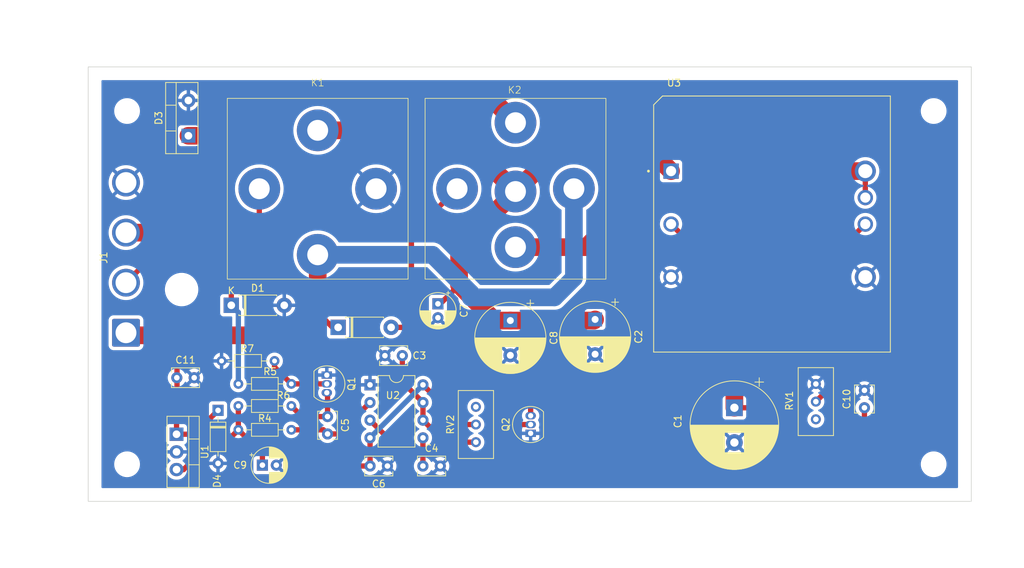
<source format=kicad_pcb>
(kicad_pcb (version 20221018) (generator pcbnew)
  (layers (0 "F.Cu" signal) (31 "B.Cu" signal) (34 "B.Paste" user) (35 "F.Paste" user) (36 "B.SilkS" user "B.Silkscreen") (37 "F.SilkS" user "F.Silkscreen") (38 "B.Mask" user) (39 "F.Mask" user) (44 "Edge.Cuts" user))
  (net 0 "")
  (net 1 "GND")
  (net 2 "Net-(U2-DIS)")
  (net 3 "Net-(U2-CV)")
  (net 4 "Net-(U2-TR)")
  (net 5 "+12V")
  (net 6 "/RELAY_CTRL")
  (net 7 "/DC_CTRL")
  (net 8 "/OVERBOOST_V_{OUT}")
  (net 9 "Net-(Q1-D)")
  (net 10 "/NOMINAL_V_{OUT}")
  (net 11 "/AC_CLUTCH_V_{OUT}")
  (net 12 "Net-(Q1-G)")
  (net 13 "/~{DC_CTRL}")
  (net 15 "Net-(U3-TRIM)")
  (net 17 "VCC")
  (footprint "Capacitor_THT:C_Disc_D3.8mm_W2.6mm_P2.50mm" (layer "F.Cu") (at 227.203 94.996 90)
    (fp_text reference "C10" (at 1.25 -2.55 90) (layer "F.SilkS"))
    (fp_text value "0.1uF")
    (pad "1" thru_hole circle (at 0 0 90) (size 1.6 1.6) (drill 0.8) (layers "*.Cu" "*.Mask") (net 8 "/OVERBOOST_V_{OUT}"))
    (pad "2" thru_hole circle (at 2.5 0 90) (size 1.6 1.6) (drill 0.8) (layers "*.Cu" "*.Mask") (net 1 "GND"))
  )
  (footprint "Resistor_THT:R_Axial_DIN0204_L3.6mm_D1.6mm_P7.62mm_Horizontal" (layer "F.Cu") (at 137.16 98.171)
    (fp_text reference "R4" (at 3.81 -1.651) (layer "F.SilkS"))
    (fp_text value "100")
    (pad "1" thru_hole circle (at 0 0) (size 1.4 1.4) (drill 0.7) (layers "*.Cu" "*.Mask") (net 17 "VCC"))
    (pad "2" thru_hole oval (at 7.62 0) (size 1.4 1.4) (drill 0.7) (layers "*.Cu" "*.Mask") (net 4 "Net-(U2-TR)"))
  )
  (footprint "Resistor_THT:R_Axial_DIN0204_L3.6mm_D1.6mm_P7.62mm_Horizontal" (layer "F.Cu") (at 142.367 88.265 180)
    (fp_text reference "R7" (at 3.937 1.778) (layer "F.SilkS"))
    (fp_text value "100k")
    (pad "1" thru_hole circle (at 0 0 180) (size 1.4 1.4) (drill 0.7) (layers "*.Cu" "*.Mask") (net 12 "Net-(Q1-G)"))
    (pad "2" thru_hole oval (at 7.62 0 180) (size 1.4 1.4) (drill 0.7) (layers "*.Cu" "*.Mask") (net 1 "GND"))
  )
  (footprint "Diode_THT:D_DO-41_SOD81_P7.62mm_Horizontal" (layer "F.Cu") (at 136.144 80.264)
    (fp_text reference "D1" (at 3.81 -2.47) (layer "F.SilkS"))
    (fp_text value "1N4002")
    (fp_text user "K" (at 0 -2.1) (layer "F.SilkS"))
    (pad "1" thru_hole rect (at 0 0) (size 2.2 2.2) (drill 1.1) (layers "*.Cu" "*.Mask") (net 6 "/RELAY_CTRL"))
    (pad "2" thru_hole oval (at 7.62 0) (size 2.2 2.2) (drill 1.1) (layers "*.Cu" "*.Mask") (net 1 "GND"))
  )
  (footprint "Capacitor_THT:CP_Radial_D10.0mm_P5.00mm" (layer "F.Cu") (at 176.276 82.457677 -90)
    (fp_text reference "C8" (at 2.5 -6.25 90) (layer "F.SilkS"))
    (fp_text value "220uF")
    (pad "1" thru_hole rect (at 0 0 270) (size 2 2) (drill 1) (layers "*.Cu" "*.Mask") (net 10 "/NOMINAL_V_{OUT}"))
    (pad "2" thru_hole circle (at 5 0 270) (size 2 2) (drill 1) (layers "*.Cu" "*.Mask") (net 1 "GND"))
  )
  (footprint "MountingHole:MountingHole_3.2mm_M3_DIN965" (layer "F.Cu") (at 121.158 103.124)
    (fp_text reference "REF**" hide)
    (fp_text value "MountingHole_3.2mm_M3_DIN965")
    (pad "" np_thru_hole circle (at 0 0) (size 3.2 3.2) (drill 3.2) (layers "*.Cu" "*.Mask"))
  )
  (footprint "footprints:CONV_I7C2W020A120V-001-R" (layer "F.Cu") (at 213.36 68.58)
    (fp_text reference "U3" (at -13.545 -20.3) (layer "F.SilkS"))
    (fp_text value "I7C2W020A120V-001-R")
    (pad "1" thru_hole rect (at -13.97 -7.615) (size 2.205 2.205) (drill 1.47) (layers "*.Cu" "*.Mask") (net 10 "/NOMINAL_V_{OUT}"))
    (pad "2" thru_hole circle (at -13.97 0.005) (size 2.205 2.205) (drill 1.47) (layers "*.Cu" "*.Mask") (net 13 "/~{DC_CTRL}"))
    (pad "3" thru_hole circle (at -13.97 7.625) (size 2.205 2.205) (drill 1.47) (layers "*.Cu" "*.Mask") (net 1 "GND"))
    (pad "4" thru_hole circle (at 13.97 7.625) (size 3.03 3.03) (drill 2.02) (layers "*.Cu" "*.Mask") (net 1 "GND"))
    (pad "6" thru_hole circle (at 13.97 0.005) (size 2.205 2.205) (drill 1.47) (layers "*.Cu" "*.Mask") (net 15 "Net-(U3-TRIM)"))
    (pad "7" thru_hole circle (at 13.97 -3.805) (size 2.205 2.205) (drill 1.47) (layers "*.Cu" "*.Mask") (net 8 "/OVERBOOST_V_{OUT}"))
    (pad "8" thru_hole circle (at 13.97 -7.615) (size 3.03 3.03) (drill 2.02) (layers "*.Cu" "*.Mask") (net 8 "/OVERBOOST_V_{OUT}"))
  )
  (footprint "Connector_Wire:SolderWire-2.5sqmm_1x04_P7.2mm_D2.4mm_OD3.6mm" (layer "F.Cu") (at 121 84.211 90)
    (fp_text reference "J1" (at 10.8 -3.2 90) (layer "F.SilkS"))
    (fp_text value "Conn_01x04")
    (pad "1" thru_hole roundrect (at 0 0 90) (size 4 4) (drill 3) (layers "*.Cu" "*.Mask") (roundrect_rratio 0.0625) (net 5 "+12V"))
    (pad "2" thru_hole circle (at 7.2 0 90) (size 4 4) (drill 3) (layers "*.Cu" "*.Mask") (net 6 "/RELAY_CTRL"))
    (pad "3" thru_hole circle (at 14.4 0 90) (size 4 4) (drill 3) (layers "*.Cu" "*.Mask") (net 11 "/AC_CLUTCH_V_{OUT}"))
    (pad "4" thru_hole circle (at 21.6 0 90) (size 4 4) (drill 3) (layers "*.Cu" "*.Mask") (net 1 "GND"))
  )
  (footprint "MountingHole:MountingHole_3.2mm_M3_DIN965" (layer "F.Cu") (at 121.158 52.324)
    (fp_text reference "REF**" hide)
    (fp_text value "MountingHole_3.2mm_M3_DIN965")
    (pad "" np_thru_hole circle (at 0 0) (size 3.2 3.2) (drill 3.2) (layers "*.Cu" "*.Mask"))
  )
  (footprint "Package_TO_SOT_THT:TO-92_Inline" (layer "F.Cu") (at 149.881 90.297 -90)
    (fp_text reference "Q1" (at 1.27 -3.56 90) (layer "F.SilkS"))
    (fp_text value "2N7000")
    (pad "1" thru_hole rect (at 0 0 270) (size 1.05 1.5) (drill 0.75) (layers "*.Cu" "*.Mask") (net 1 "GND"))
    (pad "2" thru_hole oval (at 1.27 0 270) (size 1.05 1.5) (drill 0.75) (layers "*.Cu" "*.Mask") (net 12 "Net-(Q1-G)"))
    (pad "3" thru_hole oval (at 2.54 0 270) (size 1.05 1.5) (drill 0.75) (layers "*.Cu" "*.Mask") (net 9 "Net-(Q1-D)"))
  )
  (footprint "Resistor_THT:R_Axial_DIN0204_L3.6mm_D1.6mm_P7.62mm_Horizontal" (layer "F.Cu") (at 137.16 94.742)
    (fp_text reference "R6" (at 6.477 -1.524) (layer "F.SilkS"))
    (fp_text value "100k")
    (pad "1" thru_hole circle (at 0 0) (size 1.4 1.4) (drill 0.7) (layers "*.Cu" "*.Mask") (net 17 "VCC"))
    (pad "2" thru_hole oval (at 7.62 0) (size 1.4 1.4) (drill 0.7) (layers "*.Cu" "*.Mask") (net 9 "Net-(Q1-D)"))
  )
  (footprint "Capacitor_THT:C_Disc_D3.8mm_W2.6mm_P2.50mm" (layer "F.Cu") (at 160.742 87.503 180)
    (fp_text reference "C3" (at -2.453 0) (layer "F.SilkS"))
    (fp_text value "10uF")
    (pad "1" thru_hole circle (at 0 0 180) (size 1.6 1.6) (drill 0.8) (layers "*.Cu" "*.Mask") (net 2 "Net-(U2-DIS)"))
    (pad "2" thru_hole circle (at 2.5 0 180) (size 1.6 1.6) (drill 0.8) (layers "*.Cu" "*.Mask") (net 1 "GND"))
  )
  (footprint "Package_TO_SOT_THT:TO-220-2_Vertical" (layer "F.Cu") (at 129.977 55.88 90)
    (fp_text reference "D3" (at 2.54 -4.27 90) (layer "F.SilkS"))
    (fp_text value "VS-ETH3007-M3")
    (pad "1" thru_hole rect (at 0 0 90) (size 2 2) (drill 1.1) (layers "*.Cu" "*.Mask") (net 11 "/AC_CLUTCH_V_{OUT}"))
    (pad "2" thru_hole oval (at 5.08 0 90) (size 2 2) (drill 1.1) (layers "*.Cu" "*.Mask") (net 1 "GND"))
  )
  (footprint "Package_DIP:DIP-8_W7.62mm" (layer "F.Cu") (at 156.093 91.704)
    (fp_text reference "U2" (at 3.292 1.514) (layer "F.SilkS"))
    (fp_text value "NA555P")
    (pad "1" thru_hole rect (at 0 0) (size 1.6 1.6) (drill 0.8) (layers "*.Cu" "*.Mask") (net 1 "GND"))
    (pad "2" thru_hole oval (at 0 2.54) (size 1.6 1.6) (drill 0.8) (layers "*.Cu" "*.Mask") (net 4 "Net-(U2-TR)"))
    (pad "3" thru_hole oval (at 0 5.08) (size 1.6 1.6) (drill 0.8) (layers "*.Cu" "*.Mask") (net 7 "/DC_CTRL"))
    (pad "4" thru_hole oval (at 0 7.62) (size 1.6 1.6) (drill 0.8) (layers "*.Cu" "*.Mask") (net 17 "VCC"))
    (pad "5" thru_hole oval (at 7.62 7.62) (size 1.6 1.6) (drill 0.8) (layers "*.Cu" "*.Mask") (net 3 "Net-(U2-CV)"))
    (pad "6" thru_hole oval (at 7.62 5.08) (size 1.6 1.6) (drill 0.8) (layers "*.Cu" "*.Mask") (net 2 "Net-(U2-DIS)"))
    (pad "7" thru_hole oval (at 7.62 2.54) (size 1.6 1.6) (drill 0.8) (layers "*.Cu" "*.Mask") (net 2 "Net-(U2-DIS)"))
    (pad "8" thru_hole oval (at 7.62 0) (size 1.6 1.6) (drill 0.8) (layers "*.Cu" "*.Mask") (net 17 "VCC"))
  )
  (footprint "Capacitor_THT:CP_Radial_D5.0mm_P2.00mm" (layer "F.Cu") (at 140.621 103.251)
    (fp_text reference "C9" (at -3.207 0) (layer "F.SilkS"))
    (fp_text value "33uF")
    (pad "1" thru_hole rect (at 0 0) (size 1.6 1.6) (drill 0.8) (layers "*.Cu" "*.Mask") (net 17 "VCC"))
    (pad "2" thru_hole circle (at 2 0) (size 1.6 1.6) (drill 0.8) (layers "*.Cu" "*.Mask") (net 1 "GND"))
  )
  (footprint "footprints:AutomotiveA2Relay_Form1A" (layer "F.Cu") (at 148.572 63.5)
    (fp_text reference "K1" (at 0 -15.24 unlocked) (layer "F.SilkS") (effects (font (thickness 0.1))))
    (fp_text value "A21ASP12VDC1.6")
    (pad "30" thru_hole circle (at 0 9.5) (size 6 6) (drill 3) (layers "*.Cu" "*.Mask") (net 5 "+12V"))
    (pad "85" thru_hole circle (at 8.4 0) (size 6 6) (drill 3) (layers "*.Cu" "*.Mask") (net 1 "GND"))
    (pad "86" thru_hole circle (at -8.4 0) (size 6 6) (drill 3) (layers "*.Cu" "*.Mask") (net 6 "/RELAY_CTRL"))
    (pad "87" thru_hole circle (at 0 -8.4) (size 6 6) (drill 3) (layers "*.Cu" "*.Mask") (net 10 "/NOMINAL_V_{OUT}"))
  )
  (footprint "MountingHole:MountingHole_3.2mm_M3_DIN965" (layer "F.Cu") (at 237.1598 52.324)
    (fp_text reference "REF**" hide)
    (fp_text value "MountingHole_3.2mm_M3_DIN965")
    (pad "" np_thru_hole circle (at 0 0) (size 3.2 3.2) (drill 3.2) (layers "*.Cu" "*.Mask"))
  )
  (footprint "Capacitor_THT:CP_Radial_D5.0mm_P2.00mm" (layer "F.Cu") (at 165.862 80.05 -90)
    (fp_text reference "C7" (at 1 -3.75 -90) (layer "F.SilkS"))
    (fp_text value "33uF")
    (pad "1" thru_hole rect (at 0 0 270) (size 1.6 1.6) (drill 0.8) (layers "*.Cu" "*.Mask") (net 10 "/NOMINAL_V_{OUT}"))
    (pad "2" thru_hole circle (at 2 0 270) (size 1.6 1.6) (drill 0.8) (layers "*.Cu" "*.Mask") (net 1 "GND"))
  )
  (footprint "Diode_THT:D_DO-41_SOD81_P7.62mm_Horizontal" (layer "F.Cu") (at 151.511 83.439)
    (fp_text reference "D2" hide)
    (fp_text value "1N4002")
    (pad "1" thru_hole rect (at 0 0) (size 2.2 2.2) (drill 1.1) (layers "*.Cu" "*.Mask") (net 5 "+12V"))
    (pad "2" thru_hole oval (at 7.62 0) (size 2.2 2.2) (drill 1.1) (layers "*.Cu" "*.Mask") (net 13 "/~{DC_CTRL}"))
  )
  (footprint "Diode_THT:D_DO-35_SOD27_P7.62mm_Horizontal" (layer "F.Cu") (at 134.239 95.377 -90)
    (fp_text reference "D4" (at 10.16 0.127 90) (layer "F.SilkS"))
    (fp_text value "1N5256B-TR")
    (pad "1" thru_hole rect (at 0 0 270) (size 1.6 1.6) (drill 0.8) (layers "*.Cu" "*.Mask") (net 5 "+12V"))
    (pad "2" thru_hole oval (at 7.62 0 270) (size 1.6 1.6) (drill 0.8) (layers "*.Cu" "*.Mask") (net 1 "GND"))
  )
  (footprint "Package_TO_SOT_THT:TO-92_Inline" (layer "F.Cu") (at 179.197 98.679 90)
    (fp_text reference "Q2" (at 1.27 -3.56 90) (layer "F.SilkS"))
    (fp_text value "2N7000")
    (pad "1" thru_hole rect (at 0 0 90) (size 1.05 1.5) (drill 0.75) (layers "*.Cu" "*.Mask") (net 1 "GND"))
    (pad "2" thru_hole oval (at 1.27 0 90) (size 1.05 1.5) (drill 0.75) (layers "*.Cu" "*.Mask") (net 7 "/DC_CTRL"))
    (pad "3" thru_hole oval (at 2.54 0 90) (size 1.05 1.5) (drill 0.75) (layers "*.Cu" "*.Mask") (net 13 "/~{DC_CTRL}"))
  )
  (footprint "Capacitor_THT:CP_Radial_D12.5mm_P5.00mm" (layer "F.Cu") (at 208.5 95 -90)
    (fp_text reference "C1" (at 1.942959 8.128 90) (layer "F.SilkS"))
    (fp_text value "1000uF")
    (pad "1" thru_hole rect (at 0 0 270) (size 2.4 2.4) (drill 1.2) (layers "*.Cu" "*.Mask") (net 8 "/OVERBOOST_V_{OUT}"))
    (pad "2" thru_hole circle (at 5 0 270) (size 2.4 2.4) (drill 1.2) (layers "*.Cu" "*.Mask") (net 1 "GND"))
  )
  (footprint "footprints:AutomotiveA2Relay_Form1C" (layer "F.Cu") (at 177.02 63.5 180)
    (fp_text reference "K2" (at 0.12 14.2 unlocked) (layer "F.SilkS") (effects (font (thickness 0.1))))
    (fp_text value "A21CSP12VDC1.6")
    (pad "30" thru_hole circle (at 0 9.5 180) (size 6 6) (drill 3) (layers "*.Cu" "*.Mask") (net 11 "/AC_CLUTCH_V_{OUT}"))
    (pad "85" thru_hole circle (at 8.4 0 180) (size 6 6) (drill 3) (layers "*.Cu" "*.Mask") (net 13 "/~{DC_CTRL}"))
    (pad "86" thru_hole circle (at -8.4 0 180) (size 6 6) (drill 3) (layers "*.Cu" "*.Mask") (net 5 "+12V"))
    (pad "87" thru_hole circle (at 0 -8.4 180) (size 6 6) (drill 3) (layers "*.Cu" "*.Mask") (net 8 "/OVERBOOST_V_{OUT}"))
    (pad "87a" thru_hole circle (at 0 -0.4 180) (size 6 6) (drill 3) (layers "*.Cu" "*.Mask") (net 10 "/NOMINAL_V_{OUT}"))
  )
  (footprint "Capacitor_THT:CP_Radial_D10.0mm_P5.00mm" (layer "F.Cu") (at 188.468 82.296 -90)
    (fp_text reference "C2" (at 2.5 -6.25 90) (layer "F.SilkS"))
    (fp_text value "220uF")
    (pad "1" thru_hole rect (at 0 0 270) (size 2 2) (drill 1) (layers "*.Cu" "*.Mask") (net 10 "/NOMINAL_V_{OUT}"))
    (pad "2" thru_hole circle (at 5 0 270) (size 2 2) (drill 1) (layers "*.Cu" "*.Mask") (net 1 "GND"))
  )
  (footprint "Package_TO_SOT_THT:TO-220-3_Vertical" (layer "F.Cu") (at 128.27 98.806 -90)
    (fp_text reference "U1" (at 2.54 -4.064 90) (layer "F.SilkS"))
    (fp_text value "TLE4274V50AKSA2")
    (pad "1" thru_hole rect (at 0 0 270) (size 1.905 2) (drill 1.1) (layers "*.Cu" "*.Mask") (net 5 "+12V"))
    (pad "2" thru_hole oval (at 2.54 0 270) (size 1.905 2) (drill 1.1) (layers "*.Cu" "*.Mask") (net 1 "GND"))
    (pad "3" thru_hole oval (at 5.08 0 270) (size 1.905 2) (drill 1.1) (layers "*.Cu" "*.Mask") (net 17 "VCC"))
  )
  (footprint "Potentiometer_THT:Potentiometer_Bourns_3296W_Vertical" (layer "F.Cu") (at 171.323 94.869 90)
    (fp_text reference "RV2" (at -2.54 -3.66 90) (layer "F.SilkS"))
    (fp_text value "500k")
    (pad "1" thru_hole circle (at 0 0 90) (size 1.44 1.44) (drill 0.8) (layers "*.Cu" "*.Mask"))
    (pad "2" thru_hole circle (at -2.54 0 90) (size 1.44 1.44) (drill 0.8) (layers "*.Cu" "*.Mask") (net 17 "VCC"))
    (pad "3" thru_hole circle (at -5.08 0 90) (size 1.44 1.44) (drill 0.8) (layers "*.Cu" "*.Mask") (net 2 "Net-(U2-DIS)"))
  )
  (footprint "Capacitor_THT:C_Disc_D3.8mm_W2.6mm_P2.50mm" (layer "F.Cu") (at 128.31 90.678)
    (fp_text reference "C11" (at 1.25 -2.55) (layer "F.SilkS"))
    (fp_text value "0.1uF")
    (pad "1" thru_hole circle (at 0 0) (size 1.6 1.6) (drill 0.8) (layers "*.Cu" "*.Mask") (net 5 "+12V"))
    (pad "2" thru_hole circle (at 2.5 0) (size 1.6 1.6) (drill 0.8) (layers "*.Cu" "*.Mask") (net 1 "GND"))
  )
  (footprint "Capacitor_THT:C_Disc_D3.8mm_W2.6mm_P2.50mm" (layer "F.Cu") (at 158.603 103.378 180)
    (fp_text reference "C6" (at 1.25 -2.55) (layer "F.SilkS"))
    (fp_text value "0.1uF")
    (pad "1" thru_hole circle (at 0 0 180) (size 1.6 1.6) (drill 0.8) (layers "*.Cu" "*.Mask") (net 1 "GND"))
    (pad "2" thru_hole circle (at 2.5 0 180) (size 1.6 1.6) (drill 0.8) (layers "*.Cu" "*.Mask") (net 17 "VCC"))
  )
  (footprint "Resistor_THT:R_Axial_DIN0204_L3.6mm_D1.6mm_P7.62mm_Horizontal" (layer "F.Cu") (at 137.16 91.567)
    (fp_text reference "R5" (at 4.572 -1.778) (layer "F.SilkS"))
    (fp_text value "10k")
    (pad "1" thru_hole circle (at 0 0) (size 1.4 1.4) (drill 0.7) (layers "*.Cu" "*.Mask") (net 6 "/RELAY_CTRL"))
    (pad "2" thru_hole oval (at 7.62 0) (size 1.4 1.4) (drill 0.7) (layers "*.Cu" "*.Mask") (net 12 "Net-(Q1-G)"))
  )
  (footprint "MountingHole:MountingHole_3.2mm_M3_DIN965" (layer "F.Cu") (at 237.1598 103.124)
    (fp_text reference "REF**" hide)
    (fp_text value "MountingHole_3.2mm_M3_DIN965")
    (pad "" np_thru_hole circle (at 0 0) (size 3.2 3.2) (drill 3.2) (layers "*.Cu" "*.Mask"))
  )
  (footprint "MountingHole:MountingHole_4.3mm_M4" (layer "F.Cu") (at 129 78)
    (fp_text reference "REF**" hide)
    (fp_text value "MountingHole_4.3mm_M4")
    (pad "" np_thru_hole circle (at 0 0) (size 4.3 4.3) (drill 4.3) (layers "*.Cu" "*.Mask"))
  )
  (footprint "Potentiometer_THT:Potentiometer_Bourns_3296W_Vertical" (layer "F.Cu") (at 220.218 96.657 -90)
    (fp_text reference "RV1" (at -2.677 3.81 90) (layer "F.SilkS"))
    (fp_text value "100k")
    (pad "1" thru_hole circle (at 0 0 270) (size 1.44 1.44) (drill 0.8) (layers "*.Cu" "*.Mask"))
    (pad "2" thru_hole circle (at -2.54 0 270) (size 1.44 1.44) (drill 0.8) (layers "*.Cu" "*.Mask") (net 15 "Net-(U3-TRIM)"))
    (pad "3" thru_hole circle (at -5.08 0 270) (size 1.44 1.44) (drill 0.8) (layers "*.Cu" "*.Mask") (net 1 "GND"))
  )
  (footprint "Capacitor_THT:C_Disc_D3.8mm_W2.6mm_P2.50mm" (layer "F.Cu") (at 149.987 96.266 -90)
    (fp_text reference "C5" (at 1.25 -2.55 90) (layer "F.SilkS"))
    (fp_text value "10uF")
    (pad "1" thru_hole circle (at 0 0 270) (size 1.6 1.6) (drill 0.8) (layers "*.Cu" "*.Mask") (net 9 "Net-(Q1-D)"))
    (pad "2" thru_hole circle (at 2.5 0 270) (size 1.6 1.6) (drill 0.8) (layers "*.Cu" "*.Mask") (net 4 "Net-(U2-TR)"))
  )
  (footprint "Capacitor_THT:C_Disc_D3.8mm_W2.6mm_P2.50mm" (layer "F.Cu") (at 163.703 103.378)
    (fp_text reference "C4" (at 1.25 -2.55) (layer "F.SilkS"))
    (fp_text value "0.1uF")
    (pad "1" thru_hole circle (at 0 0) (size 1.6 1.6) (drill 0.8) (layers "*.Cu" "*.Mask") (net 3 "Net-(U2-CV)"))
    (pad "2" thru_hole circle (at 2.5 0) (size 1.6 1.6) (drill 0.8) (layers "*.Cu" "*.Mask") (net 1 "GND"))
  )
  (gr_rect (start 115.57 45.974) (end 242.57 108.458) (stroke (width 0.1)) (fill none) (layer "Edge.Cuts"))
  (segment (start 160.742 91.273) (end 160.742 87.503) (width 0.762) (layer "F.Cu") (net 2))
  (segment (start 166.878 99.949) (end 163.713 96.784) (width 0.762) (layer "F.Cu") (net 2))
  (segment (start 163.713 94.244) (end 160.742 91.273) (width 0.762) (layer "F.Cu") (net 2))
  (segment (start 163.713 96.784) (end 163.713 94.244) (width 0.762) (layer "F.Cu") (net 2))
  (segment (start 171.323 99.949) (end 166.878 99.949) (width 0.762) (layer "F.Cu") (net 2))
  (segment (start 163.703 99.334) (end 163.713 99.324) (width 0.762) (layer "F.Cu") (net 3))
  (segment (start 163.703 103.378) (end 163.703 99.334) (width 0.762) (layer "F.Cu") (net 3))
  (segment (start 149.392 98.171) (end 149.987 98.766) (width 0.762) (layer "F.Cu") (net 4))
  (segment (start 144.78 98.171) (end 149.392 98.171) (width 0.762) (layer "F.Cu") (net 4))
  (segment (start 153.67 96.667) (end 156.093 94.244) (width 0.762) (layer "F.Cu") (net 4))
  (segment (start 149.987 98.766) (end 152.059 98.766) (width 0.762) (layer "F.Cu") (net 4))
  (segment (start 153.67 97.155) (end 153.67 96.667) (width 0.762) (layer "F.Cu") (net 4))
  (segment (start 152.059 98.766) (end 153.67 97.155) (width 0.762) (layer "F.Cu") (net 4))
  (segment (start 150.713 83.439) (end 148.572 81.298) (width 0.762) (layer "F.Cu") (net 5))
  (segment (start 128.27 98.806) (end 130.81 98.806) (width 0.762) (layer "F.Cu") (net 5))
  (segment (start 148.572 73.896) (end 148.572 73) (width 0.762) (layer "F.Cu") (net 5))
  (segment (start 148.572 81.298) (end 148.572 73) (width 2.54) (layer "F.Cu") (net 5))
  (segment (start 130.81 98.806) (end 134.239 95.377) (width 0.762) (layer "F.Cu") (net 5))
  (segment (start 128.341 84.907) (end 128.341 96.52) (width 0.762) (layer "F.Cu") (net 5))
  (segment (start 145.288 84.582) (end 128.641 84.582) (width 2.54) (layer "F.Cu") (net 5))
  (segment (start 128.641 84.582) (end 121.371 84.582) (width 2.54) (layer "F.Cu") (net 5))
  (segment (start 128.341 96.52) (end 128.27 96.591) (width 0.762) (layer "F.Cu") (net 5))
  (segment (start 148.572 81.298) (end 145.288 84.582) (width 2.54) (layer "F.Cu") (net 5))
  (segment (start 151.511 83.439) (end 150.713 83.439) (width 0.762) (layer "F.Cu") (net 5))
  (segment (start 128.27 96.591) (end 128.27 98.806) (width 0.762) (layer "F.Cu") (net 5))
  (segment (start 121.371 84.582) (end 121 84.211) (width 2.54) (layer "F.Cu") (net 5))
  (segment (start 165.075 73) (end 170.561 78.486) (width 2.54) (layer "B.Cu") (net 5))
  (segment (start 185.42 76.327) (end 185.42 63.5) (width 2.54) (layer "B.Cu") (net 5))
  (segment (start 148.572 73) (end 165.075 73) (width 2.54) (layer "B.Cu") (net 5))
  (segment (start 170.561 78.486) (end 170.561 79.121) (width 2.54) (layer "B.Cu") (net 5))
  (segment (start 170.561 79.121) (end 182.626 79.121) (width 2.54) (layer "B.Cu") (net 5))
  (segment (start 182.626 79.121) (end 185.42 76.327) (width 2.54) (layer "B.Cu") (net 5))
  (segment (start 140.172 70.902) (end 140.172 63.5) (width 0.762) (layer "F.Cu") (net 6))
  (segment (start 140.172 70.902) (end 136.437 74.637) (width 0.762) (layer "F.Cu") (net 6))
  (segment (start 134.8 73) (end 136.437 74.637) (width 0.762) (layer "F.Cu") (net 6))
  (segment (start 136.437 74.637) (end 136.144 74.93) (width 0.762) (layer "F.Cu") (net 6))
  (segment (start 121 77.011) (end 125.011 73) (width 0.762) (layer "F.Cu") (net 6))
  (segment (start 136.144 74.93) (end 136.144 80.264) (width 0.762) (layer "F.Cu") (net 6))
  (segment (start 125.011 73) (end 134.8 73) (width 0.762) (layer "F.Cu") (net 6))
  (segment (start 137.16 91.567) (end 137.16 81.28) (width 0.762) (layer "B.Cu") (net 6))
  (segment (start 137.16 81.28) (end 136.144 80.264) (width 0.762) (layer "B.Cu") (net 6))
  (segment (start 172.593 106.045) (end 175.514 103.124) (width 0.762) (layer "F.Cu") (net 7))
  (segment (start 175.514 98.806) (end 176.911 97.409) (width 0.762) (layer "F.Cu") (net 7))
  (segment (start 161.544 105.41) (end 162.179 106.045) (width 0.762) (layer "F.Cu") (net 7))
  (segment (start 162.179 106.045) (end 172.593 106.045) (width 0.762) (layer "F.Cu") (net 7))
  (segment (start 175.514 103.124) (end 175.514 98.806) (width 0.762) (layer "F.Cu") (net 7))
  (segment (start 176.911 97.409) (end 179.197 97.409) (width 0.762) (layer "F.Cu") (net 7))
  (segment (start 156.093 96.784) (end 161.544 102.235) (width 0.762) (layer "F.Cu") (net 7))
  (segment (start 161.544 102.235) (end 161.544 105.41) (width 0.762) (layer "F.Cu") (net 7))
  (segment (start 208.407 65.024) (end 218.44 65.024) (width 2.54) (layer "F.Cu") (net 8))
  (segment (start 218.44 65.024) (end 222.499 60.965) (width 2.54) (layer "F.Cu") (net 8))
  (segment (start 208.534 93.053041) (end 208.534 90.5) (width 2.54) (layer "F.Cu") (net 8))
  (segment (start 208.534 90.5) (end 208.534 65.151) (width 2.54) (layer "F.Cu") (net 8))
  (segment (start 208.534 90.5) (end 208.5 90.534) (width 2.54) (layer "F.Cu") (net 8))
  (segment (start 210.7 95) (end 208.5 95) (width 0.762) (layer "F.Cu") (net 8))
  (segment (start 208.5 90.534) (end 208.5 95) (width 2.54) (layer "F.Cu") (net 8))
  (segment (start 194.056 65.024) (end 208.407 65.024) (width 2.54) (layer "F.Cu") (net 8))
  (segment (start 177.02 71.9) (end 187.18 71.9) (width 2.54) (layer "F.Cu") (net 8))
  (segment (start 223.774 100.33) (end 216.03 100.33) (width 0.762) (layer "F.Cu") (net 8))
  (segment (start 222.499 60.965) (end 227.33 60.965) (width 2.54) (layer "F.Cu") (net 8))
  (segment (start 208.534 65.151) (end 208.407 65.024) (width 2.54) (layer "F.Cu") (net 8))
  (segment (start 187.18 71.9) (end 194.056 65.024) (width 2.54) (layer "F.Cu") (net 8))
  (segment (start 216.03 100.33) (end 210.7 95) (width 0.762) (layer "F.Cu") (net 8))
  (segment (start 227.203 96.901) (end 223.774 100.33) (width 0.762) (layer "F.Cu") (net 8))
  (segment (start 227.203 94.996) (end 227.203 96.901) (width 0.762) (layer "F.Cu") (net 8))
  (segment (start 227.33 64.775) (end 227.33 60.965) (width 0.762) (layer "F.Cu") (net 8))
  (segment (start 149.987 96.266) (end 149.987 92.943) (width 0.762) (layer "F.Cu") (net 9))
  (segment (start 146.304 96.266) (end 144.78 94.742) (width 0.762) (layer "F.Cu") (net 9))
  (segment (start 149.987 96.266) (end 146.304 96.266) (width 0.762) (layer "F.Cu") (net 9))
  (segment (start 149.987 92.943) (end 149.881 92.837) (width 0.762) (layer "F.Cu") (net 9))
  (segment (start 174.024677 82.457677) (end 168.91 77.343) (width 2.54) (layer "F.Cu") (net 10))
  (segment (start 176.276 82.457677) (end 188.306323 82.457677) (width 2.54) (layer "F.Cu") (net 10))
  (segment (start 168.91 72.01) (end 169.228 71.692) (width 2.54) (layer "F.Cu") (net 10))
  (segment (start 168.91 77.343) (end 168.91 72.01) (width 2.54) (layer "F.Cu") (net 10))
  (segment (start 177.02 63.9) (end 169.762 56.642) (width 2.54) (layer "F.Cu") (net 10))
  (segment (start 184.405 56.515) (end 194.94 56.515) (width 2.54) (layer "F.Cu") (net 10))
  (segment (start 188.306323 82.457677) (end 188.468 82.296) (width 2.54) (layer "F.Cu") (net 10))
  (segment (start 177.02 63.9) (end 184.405 56.515) (width 2.54) (layer "F.Cu") (net 10))
  (segment (start 176.276 82.457677) (end 174.024677 82.457677) (width 2.54) (layer "F.Cu") (net 10))
  (segment (start 148.572 55.1) (end 168.22 55.1) (width 2.54) (layer "F.Cu") (net 10))
  (segment (start 177.02 63.9) (end 169.228 71.692) (width 2.54) (layer "F.Cu") (net 10))
  (segment (start 166.203 80.05) (end 168.91 77.343) (width 0.762) (layer "F.Cu") (net 10))
  (segment (start 165.862 80.05) (end 166.203 80.05) (width 0.762) (layer "F.Cu") (net 10))
  (segment (start 168.22 55.1) (end 169.762 56.642) (width 2.54) (layer "F.Cu") (net 10))
  (segment (start 194.94 56.515) (end 199.39 60.965) (width 2.54) (layer "F.Cu") (net 10))
  (segment (start 133.858 64.223) (end 128.27 69.811) (width 2.54) (layer "F.Cu") (net 11))
  (segment (start 133.858 55.88) (end 133.858 64.223) (width 2.54) (layer "F.Cu") (net 11))
  (segment (start 135.382 55.88) (end 141.986 49.276) (width 2.54) (layer "F.Cu") (net 11))
  (segment (start 133.858 55.88) (end 135.382 55.88) (width 2.54) (layer "F.Cu") (net 11))
  (segment (start 132.588 55.88) (end 133.858 55.88) (width 2.54) (layer "F.Cu") (net 11))
  (segment (start 172.296 49.276) (end 177.02 54) (width 2.54) (layer "F.Cu") (net 11))
  (segment (start 141.986 49.276) (end 172.296 49.276) (width 2.54) (layer "F.Cu") (net 11))
  (segment (start 128.27 69.811) (end 121 69.811) (width 2.54) (layer "F.Cu") (net 11))
  (segment (start 129.977 55.88) (end 132.588 55.88) (width 2.54) (layer "F.Cu") (net 11))
  (segment (start 142.367 88.265) (end 142.367 89.154) (width 0.762) (layer "F.Cu") (net 12))
  (segment (start 142.367 89.154) (end 144.78 91.567) (width 0.762) (layer "F.Cu") (net 12))
  (segment (start 144.78 91.567) (end 149.881 91.567) (width 0.762) (layer "F.Cu") (net 12))
  (segment (start 162.052 70.068) (end 168.62 63.5) (width 0.762) (layer "F.Cu") (net 13))
  (segment (start 179.197 96.139) (end 179.197 94.234) (width 0.762) (layer "F.Cu") (net 13))
  (segment (start 162.052 83.82) (end 162.052 70.068) (width 0.762) (layer "F.Cu") (net 13))
  (segment (start 161.671 83.439) (end 162.052 83.82) (width 0.762) (layer "F.Cu") (net 13))
  (segment (start 168.148 89.916) (end 162.052 83.82) (width 0.762) (layer "F.Cu") (net 13))
  (segment (start 179.197 94.234) (end 181.864 91.567) (width 0.762) (layer "F.Cu") (net 13))
  (segment (start 181.864 91.567) (end 198.501 91.567) (width 0.762) (layer "F.Cu") (net 13))
  (segment (start 202.438 71.633) (end 199.39 68.585) (width 0.762) (layer "F.Cu") (net 13))
  (segment (start 198.501 91.567) (end 202.438 87.63) (width 0.762) (layer "F.Cu") (net 13))
  (segment (start 159.131 83.439) (end 161.671 83.439) (width 0.762) (layer "F.Cu") (net 13))
  (segment (start 202.438 87.63) (end 202.438 71.633) (width 0.762) (layer "F.Cu") (net 13))
  (segment (start 179.197 94.234) (end 174.879 89.916) (width 0.762) (layer "F.Cu") (net 13))
  (segment (start 174.879 89.916) (end 168.148 89.916) (width 0.762) (layer "F.Cu") (net 13))
  (segment (start 223.52 72.395) (end 227.33 68.585) (width 0.762) (layer "F.Cu") (net 15))
  (segment (start 223.52 90.815) (end 223.52 72.395) (width 0.762) (layer "F.Cu") (net 15))
  (segment (start 220.218 94.117) (end 223.52 90.815) (width 0.762) (layer "F.Cu") (net 15))
  (segment (start 145.796 103.378) (end 142.3035 99.8855) (width 0.762) (layer "F.Cu") (net 17))
  (segment (start 137.16 98.171) (end 137.16 94.742) (width 0.762) (layer "F.Cu") (net 17))
  (segment (start 133.35 99.822) (end 129.286 103.886) (width 0.762) (layer "F.Cu") (net 17))
  (segment (start 133.35 99.822) (end 135.509 99.822) (width 0.762) (layer "F.Cu") (net 17))
  (segment (start 142.3035 99.8855) (end 138.8745 99.8855) (width 0.762) (layer "F.Cu") (net 17))
  (segment (start 135.509 99.822) (end 137.16 98.171) (width 0.762) (layer "F.Cu") (net 17))
  (segment (start 156.103 99.461) (end 156.073 99.431) (width 0.762) (layer "F.Cu") (net 17))
  (segment (start 140.621 101.632) (end 138.8745 99.8855) (width 0.762) (layer "F.Cu") (net 17))
  (segment (start 156.103 103.378) (end 145.796 103.378) (width 0.762) (layer "F.Cu") (net 17))
  (segment (start 169.418 97.409) (end 163.713 91.704) (width 0.762) (layer "F.Cu") (net 17))
  (segment (start 140.621 103.251) (end 140.621 101.632) (width 0.762) (layer "F.Cu") (net 17))
  (segment (start 171.323 97.409) (end 169.418 97.409) (width 0.762) (layer "F.Cu") (net 17))
  (segment (start 138.8745 99.8855) (end 137.16 98.171) (width 0.762) (layer "F.Cu") (net 17))
  (segment (start 129.286 103.886) (end 128.27 103.886) (width 0.762) (layer "F.Cu") (net 17))
  (segment (start 156.103 103.378) (end 156.103 99.461) (width 0.762) (layer "F.Cu") (net 17))
  (segment (start 156.093 99.324) (end 163.713 91.704) (width 0.762) (layer "B.Cu") (net 17))
  (zone (net 1) (net_name "GND") (layer "B.Cu") (connect_pads (clearance 0.5)) (min_thickness 0.25) (fill yes (thermal_gap 0.5) (thermal_bridge_width 0.5))
    (polygon (pts (xy 242.062 108.457948) (xy 115.57844 108.46644) (xy 115.57 45.974) (xy 242.062 45.974)))
  )
)
</source>
